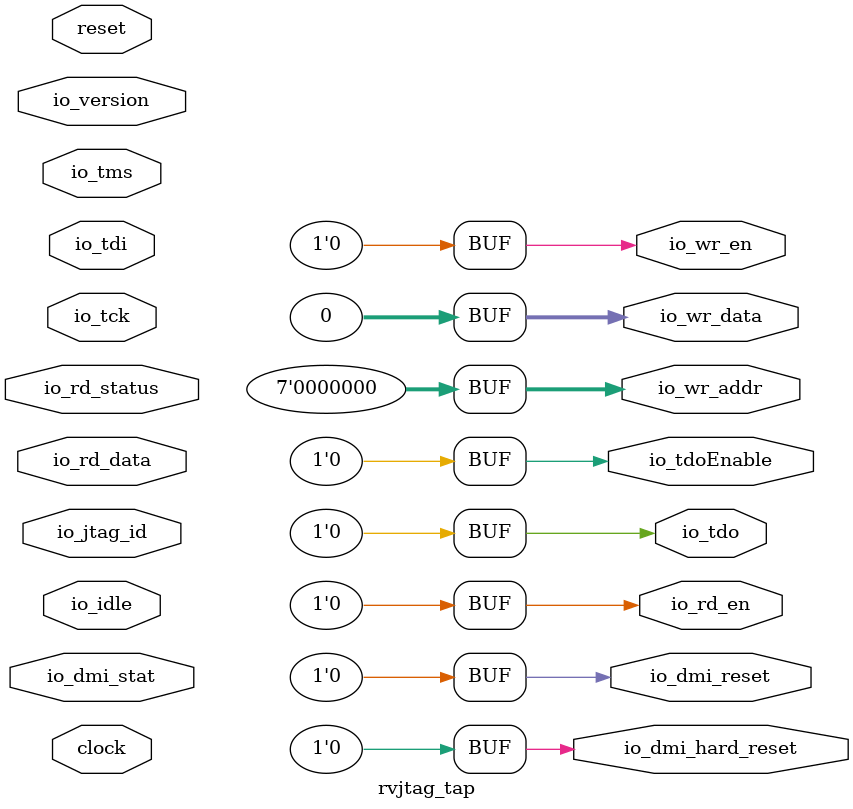
<source format=v>
module rvjtag_tap(
  input         clock,
  input         reset,
  input         io_tck,
  input         io_tms,
  input         io_tdi,
  input  [31:0] io_rd_data,
  input  [1:0]  io_rd_status,
  input  [2:0]  io_idle,
  input  [1:0]  io_dmi_stat,
  input  [31:0] io_jtag_id,
  input  [3:0]  io_version,
  output        io_tdo,
  output        io_tdoEnable,
  output [31:0] io_wr_data,
  output [6:0]  io_wr_addr,
  output        io_wr_en,
  output        io_rd_en,
  output        io_dmi_reset,
  output        io_dmi_hard_reset
);
  assign io_tdo = 1'h0; // @[rvjtag_tap.scala 38:21]
  assign io_tdoEnable = 1'h0; // @[rvjtag_tap.scala 39:21]
  assign io_wr_data = 32'h0; // @[rvjtag_tap.scala 40:21]
  assign io_wr_addr = 7'h0; // @[rvjtag_tap.scala 41:21]
  assign io_wr_en = 1'h0; // @[rvjtag_tap.scala 42:21]
  assign io_rd_en = 1'h0; // @[rvjtag_tap.scala 43:21]
  assign io_dmi_reset = 1'h0; // @[rvjtag_tap.scala 44:21]
  assign io_dmi_hard_reset = 1'h0; // @[rvjtag_tap.scala 45:21]
endmodule

</source>
